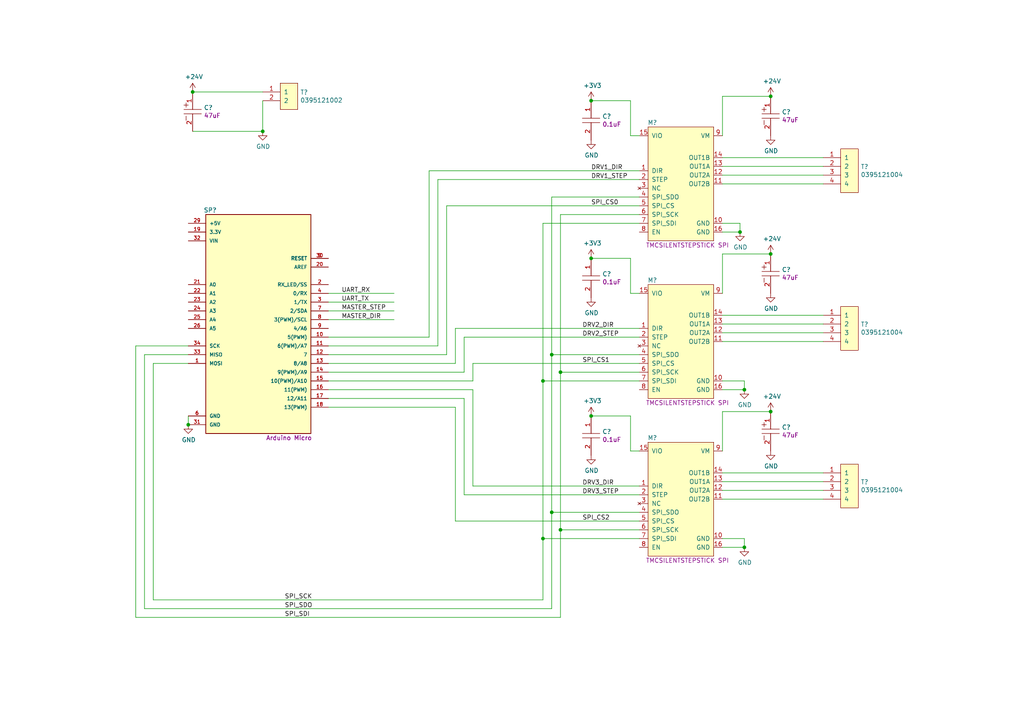
<source format=kicad_sch>
(kicad_sch (version 20230121) (generator eeschema)
  (paper "A4")
  (lib_symbols
    (symbol "ZPansion-rescue:+3.3V-power" (power) (pin_names (offset 0))
      (property "Value" "+3.3V-power" (at 0 3.556 0))
      (symbol "+3.3V-power_0_1"
        (polyline (pts (xy -0.762 1.27) (xy 0 2.54)))
        (polyline (pts (xy 0 0) (xy 0 2.54)))
        (polyline (pts (xy 0 2.54) (xy 0.762 1.27)))
      )
      (symbol "+3.3V-power_1_1"
        (pin power_in line (at 0 0 90) (length 0) hide (name "+3V3") (number "1"))
      )
    )
    (symbol "ZPansion-rescue:0395121002-AVR-KiCAD-Lib-Connectors" (pin_names (offset 1.016))
      (property "Reference" "T" (at -2.54 2.54 0))
      (property "Value" "AVR-KiCAD-Lib-Connectors_0395121002" (at 1.27 5.08 0))
      (symbol "0395121002-AVR-KiCAD-Lib-Connectors_0_1"
        (rectangle (start 0 2.54) (end 5.08 -5.08) (fill (type background)))
      )
      (symbol "0395121002-AVR-KiCAD-Lib-Connectors_1_1"
        (pin passive line (at -5.08 0 0) (length 5.08) (name "1") (number "1"))
        (pin passive line (at -5.08 -2.54 0) (length 5.08) (name "2") (number "2"))
      )
    )
    (symbol "ZPansion-rescue:0395121004-AVR-KiCAD-Lib-Connectors" (pin_names (offset 1.016))
      (property "Reference" "T" (at -2.54 2.54 0))
      (property "Value" "AVR-KiCAD-Lib-Connectors_0395121004" (at 1.27 5.08 0))
      (symbol "0395121004-AVR-KiCAD-Lib-Connectors_0_1"
        (rectangle (start 0 2.54) (end 5.08 -10.16) (fill (type background)))
      )
      (symbol "0395121004-AVR-KiCAD-Lib-Connectors_1_1"
        (pin passive line (at -5.08 0 0) (length 5.08) (name "1") (number "1"))
        (pin passive line (at -5.08 -2.54 0) (length 5.08) (name "2") (number "2"))
        (pin passive line (at -5.08 -5.08 0) (length 5.08) (name "3") (number "3"))
        (pin passive line (at -5.08 -7.62 0) (length 5.08) (name "4") (number "4"))
      )
    )
    (symbol "ZPansion-rescue:Arduino_Micro-AVR-KiCAD-Lib-Special" (pin_names (offset 1.016))
      (property "Reference" "SP" (at 1.27 1.27 0))
      (property "_Value_" "Arduino Micro" (at 6.35 -64.77 0))
      (symbol "Arduino_Micro-AVR-KiCAD-Lib-Special_1_1"
        (rectangle (start 0 0) (end 30.48 -63.5) (stroke (width 0.254)) (fill (type background)))
        (pin bidirectional line (at 35.56 -43.18 180) (length 5.08) (name "MOSI") (number "1"))
        (pin bidirectional line (at -5.08 -35.56 0) (length 5.08) (name "5(PWM)") (number "10"))
        (pin bidirectional line (at -5.08 -38.1 0) (length 5.08) (name "6(PWM)/A7") (number "11"))
        (pin bidirectional line (at -5.08 -40.64 0) (length 5.08) (name "7") (number "12"))
        (pin bidirectional line (at -5.08 -43.18 0) (length 5.08) (name "8/A8") (number "13"))
        (pin bidirectional line (at -5.08 -45.72 0) (length 5.08) (name "9(PWM)/A9") (number "14"))
        (pin bidirectional line (at -5.08 -48.26 0) (length 5.08) (name "10(PWM)/A10") (number "15"))
        (pin bidirectional line (at -5.08 -50.8 0) (length 5.08) (name "11(PWM)") (number "16"))
        (pin bidirectional line (at -5.08 -53.34 0) (length 5.08) (name "12/A11") (number "17"))
        (pin bidirectional line (at -5.08 -55.88 0) (length 5.08) (name "13(PWM)") (number "18"))
        (pin power_in line (at 35.56 -5.08 180) (length 5.08) (name "3.3V") (number "19"))
        (pin bidirectional line (at -5.08 -20.32 0) (length 5.08) (name "RX_LED/SS") (number "2"))
        (pin input line (at -5.08 -15.24 0) (length 5.08) (name "AREF") (number "20"))
        (pin bidirectional line (at 35.56 -20.32 180) (length 5.08) (name "A0") (number "21"))
        (pin bidirectional line (at 35.56 -22.86 180) (length 5.08) (name "A1") (number "22"))
        (pin bidirectional line (at 35.56 -25.4 180) (length 5.08) (name "A2") (number "23"))
        (pin bidirectional line (at 35.56 -27.94 180) (length 5.08) (name "A3") (number "24"))
        (pin bidirectional line (at 35.56 -30.48 180) (length 5.08) (name "A4") (number "25"))
        (pin bidirectional line (at 35.56 -33.02 180) (length 5.08) (name "A5") (number "26"))
        (pin power_in line (at 35.56 -2.54 180) (length 5.08) (name "+5V") (number "29"))
        (pin bidirectional line (at -5.08 -25.4 0) (length 5.08) (name "1/TX") (number "3"))
        (pin input line (at -5.08 -12.7 0) (length 5.08) (name "RESET") (number "30"))
        (pin power_in line (at 35.56 -60.96 180) (length 5.08) (name "GND") (number "31"))
        (pin power_in line (at 35.56 -7.62 180) (length 5.08) (name "VIN") (number "32"))
        (pin bidirectional line (at 35.56 -40.64 180) (length 5.08) (name "MISO") (number "33"))
        (pin bidirectional line (at 35.56 -38.1 180) (length 5.08) (name "SCK") (number "34"))
        (pin bidirectional line (at -5.08 -22.86 0) (length 5.08) (name "0/RX") (number "4"))
        (pin input line (at -5.08 -12.7 0) (length 5.08) (name "RESET") (number "5"))
        (pin power_in line (at 35.56 -58.42 180) (length 5.08) (name "GND") (number "6"))
        (pin bidirectional line (at -5.08 -27.94 0) (length 5.08) (name "2/SDA") (number "7"))
        (pin bidirectional line (at -5.08 -30.48 0) (length 5.08) (name "3(PWM)/SCL") (number "8"))
        (pin bidirectional line (at -5.08 -33.02 0) (length 5.08) (name "4/A6") (number "9"))
      )
    )
    (symbol "ZPansion-rescue:C0402C104K9PACTU-AVR-KiCAD-Lib-Capacitors" (pin_names (offset 1.016))
      (property "Reference" "C" (at -2.54 2.54 0))
      (property "_Value_" "0.1uF" (at 58.42 63.5 0))
      (symbol "C0402C104K9PACTU-AVR-KiCAD-Lib-Capacitors_1_1"
        (polyline (pts (xy 0 2.54) (xy 0 -2.54)))
        (polyline (pts (xy 1.27 2.54) (xy 1.27 -2.54)))
        (pin input line (at -5.08 0 0) (length 5.08) (name "~") (number "1"))
        (pin input line (at 6.35 0 180) (length 5.08) (name "~") (number "2"))
      )
    )
    (symbol "ZPansion-rescue:TMCSILENTSTEPSTICK-AVR-KiCAD-Lib-Modules" (pin_names (offset 1.016))
      (property "Reference" "M" (at 1.27 2.54 0))
      (property "_Value_" "TMCSILENTSTEPSTICK SPI" (at 11.43 -33.02 0))
      (symbol "TMCSILENTSTEPSTICK-AVR-KiCAD-Lib-Modules_0_1"
        (rectangle (start 0 1.27) (end 19.05 -31.75) (fill (type background)))
      )
      (symbol "TMCSILENTSTEPSTICK-AVR-KiCAD-Lib-Modules_1_1"
        (pin input line (at -2.54 -11.43 0) (length 2.54) (name "DIR") (number "1"))
        (pin passive line (at 21.59 -26.67 180) (length 2.54) (name "GND") (number "10"))
        (pin output line (at 21.59 -15.24 180) (length 2.54) (name "OUT2B") (number "11"))
        (pin output line (at 21.59 -12.7 180) (length 2.54) (name "OUT2A") (number "12"))
        (pin output line (at 21.59 -10.16 180) (length 2.54) (name "OUT1A") (number "13"))
        (pin output line (at 21.59 -7.62 180) (length 2.54) (name "OUT1B") (number "14"))
        (pin power_in line (at -2.54 -1.27 0) (length 2.54) (name "VIO") (number "15"))
        (pin passive line (at 21.59 -29.21 180) (length 2.54) (name "GND") (number "16"))
        (pin input line (at -2.54 -13.97 0) (length 2.54) (name "STEP") (number "2"))
        (pin no_connect line (at -2.54 -16.51 0) (length 2.54) (name "NC") (number "3"))
        (pin output line (at -2.54 -19.05 0) (length 2.54) (name "SPI_SDO") (number "4"))
        (pin input line (at -2.54 -21.59 0) (length 2.54) (name "SPI_CS") (number "5"))
        (pin input line (at -2.54 -24.13 0) (length 2.54) (name "SPI_SCK") (number "6"))
        (pin input line (at -2.54 -26.67 0) (length 2.54) (name "SPI_SDI") (number "7"))
        (pin input line (at -2.54 -29.21 0) (length 2.54) (name "EN") (number "8"))
        (pin power_in line (at 21.59 -1.27 180) (length 2.54) (name "VM") (number "9"))
      )
    )
    (symbol "ZPansion-rescue:UCM1C470MCL1GS-AVR-KiCAD-Lib-Capacitors" (pin_names (offset 1.016))
      (property "Reference" "C" (at -2.54 2.54 0))
      (property "_Value_" "47uF" (at 58.42 63.5 0))
      (symbol "UCM1C470MCL1GS-AVR-KiCAD-Lib-Capacitors_0_1"
        (polyline (pts (xy -1.27 -1.27) (xy -1.27 -2.54)))
        (polyline (pts (xy -0.635 -1.905) (xy -1.905 -1.905)))
        (polyline (pts (xy 1.905 -1.905) (xy 3.175 -1.905)))
      )
      (symbol "UCM1C470MCL1GS-AVR-KiCAD-Lib-Capacitors_1_1"
        (polyline (pts (xy 0 2.54) (xy 0 -2.54)))
        (polyline (pts (xy 1.27 2.54) (xy 1.27 -2.54)))
        (pin input line (at -5.08 0 0) (length 5.08) (name "~") (number "1"))
        (pin input line (at 6.35 0 180) (length 5.08) (name "~") (number "2"))
      )
    )
    (symbol "power:+24V" (power) (pin_names (offset 0))
      (property "Value" "+24V" (at 0 3.556 0))
      (symbol "+24V_0_1"
        (polyline (pts (xy -0.762 1.27) (xy 0 2.54)))
        (polyline (pts (xy 0 0) (xy 0 2.54)))
        (polyline (pts (xy 0 2.54) (xy 0.762 1.27)))
      )
      (symbol "+24V_1_1"
        (pin power_in line (at 0 0 90) (length 0) hide (name "+24V") (number "1"))
      )
    )
    (symbol "power:GND" (power) (pin_names (offset 0))
      (property "Value" "GND" (at 0 -3.81 0))
      (symbol "GND_0_1"
        (polyline (pts (xy 0 0) (xy 0 -1.27) (xy 1.27 -1.27) (xy 0 -2.54) (xy -1.27 -1.27) (xy 0 -1.27)))
      )
      (symbol "GND_1_1"
        (pin power_in line (at 0 0 270) (length 0) hide (name "GND") (number "1"))
      )
    )
  )
  (junction (at 160.02 102.87))
  (junction (at 76.2 38.1))
  (junction (at 171.45 120.65))
  (junction (at 55.88 26.67))
  (junction (at 171.45 29.21))
  (junction (at 162.56 153.67))
  (junction (at 171.45 74.93))
  (junction (at 223.52 73.66))
  (junction (at 157.48 110.49))
  (junction (at 160.02 148.59))
  (junction (at 157.48 156.21))
  (junction (at 54.61 123.19))
  (junction (at 223.52 119.38))
  (junction (at 162.56 107.95))
  (junction (at 214.63 67.31))
  (junction (at 223.52 27.94))
  (junction (at 215.9 113.03))
  (junction (at 215.9 158.75))
  (wire (pts (xy 182.88 120.65) (xy 171.45 120.65)))
  (wire (pts (xy 95.25 90.17) (xy 114.3 90.17)))
  (wire (pts (xy 95.25 110.49) (xy 137.16 110.49)))
  (wire (pts (xy 162.56 153.67) (xy 162.56 107.95)))
  (wire (pts (xy 39.37 179.07) (xy 162.56 179.07)))
  (wire (pts (xy 162.56 62.23) (xy 185.42 62.23)))
  (wire (pts (xy 209.55 73.66) (xy 223.52 73.66)))
  (wire (pts (xy 132.08 151.13) (xy 185.42 151.13)))
  (wire (pts (xy 95.25 113.03) (xy 137.16 113.03)))
  (wire (pts (xy 41.91 102.87) (xy 41.91 176.53)))
  (wire (pts (xy 134.62 115.57) (xy 134.62 143.51)))
  (wire (pts (xy 76.2 38.1) (xy 76.2 29.21)))
  (wire (pts (xy 124.46 49.53) (xy 185.42 49.53)))
  (wire (pts (xy 137.16 140.97) (xy 185.42 140.97)))
  (wire (pts (xy 95.25 87.63) (xy 114.3 87.63)))
  (wire (pts (xy 182.88 74.93) (xy 171.45 74.93)))
  (wire (pts (xy 160.02 176.53) (xy 160.02 148.59)))
  (wire (pts (xy 182.88 130.81) (xy 182.88 120.65)))
  (wire (pts (xy 209.55 142.24) (xy 238.76 142.24)))
  (wire (pts (xy 214.63 64.77) (xy 214.63 67.31)))
  (wire (pts (xy 95.25 118.11) (xy 132.08 118.11)))
  (wire (pts (xy 160.02 148.59) (xy 185.42 148.59)))
  (wire (pts (xy 209.55 113.03) (xy 215.9 113.03)))
  (wire (pts (xy 209.55 67.31) (xy 214.63 67.31)))
  (wire (pts (xy 95.25 105.41) (xy 132.08 105.41)))
  (wire (pts (xy 157.48 156.21) (xy 185.42 156.21)))
  (wire (pts (xy 95.25 100.33) (xy 127 100.33)))
  (wire (pts (xy 41.91 176.53) (xy 160.02 176.53)))
  (wire (pts (xy 209.55 139.7) (xy 238.76 139.7)))
  (wire (pts (xy 54.61 100.33) (xy 39.37 100.33)))
  (wire (pts (xy 137.16 105.41) (xy 137.16 110.49)))
  (wire (pts (xy 209.55 91.44) (xy 238.76 91.44)))
  (wire (pts (xy 157.48 110.49) (xy 185.42 110.49)))
  (wire (pts (xy 209.55 50.8) (xy 238.76 50.8)))
  (wire (pts (xy 44.45 105.41) (xy 44.45 173.99)))
  (wire (pts (xy 209.55 27.94) (xy 223.52 27.94)))
  (wire (pts (xy 127 52.07) (xy 127 100.33)))
  (wire (pts (xy 209.55 85.09) (xy 209.55 73.66)))
  (wire (pts (xy 209.55 45.72) (xy 238.76 45.72)))
  (wire (pts (xy 157.48 156.21) (xy 157.48 110.49)))
  (wire (pts (xy 157.48 110.49) (xy 157.48 64.77)))
  (wire (pts (xy 182.88 85.09) (xy 182.88 74.93)))
  (wire (pts (xy 209.55 93.98) (xy 238.76 93.98)))
  (wire (pts (xy 185.42 143.51) (xy 134.62 143.51)))
  (wire (pts (xy 209.55 137.16) (xy 238.76 137.16)))
  (wire (pts (xy 209.55 96.52) (xy 238.76 96.52)))
  (wire (pts (xy 39.37 100.33) (xy 39.37 179.07)))
  (wire (pts (xy 209.55 39.37) (xy 209.55 27.94)))
  (wire (pts (xy 162.56 107.95) (xy 185.42 107.95)))
  (wire (pts (xy 95.25 92.71) (xy 114.3 92.71)))
  (wire (pts (xy 185.42 59.69) (xy 129.54 59.69)))
  (wire (pts (xy 209.55 99.06) (xy 238.76 99.06)))
  (wire (pts (xy 76.2 26.67) (xy 55.88 26.67)))
  (wire (pts (xy 132.08 118.11) (xy 132.08 151.13)))
  (wire (pts (xy 185.42 97.79) (xy 134.62 97.79)))
  (wire (pts (xy 160.02 102.87) (xy 185.42 102.87)))
  (wire (pts (xy 215.9 113.03) (xy 215.9 110.49)))
  (wire (pts (xy 134.62 97.79) (xy 134.62 107.95)))
  (wire (pts (xy 182.88 29.21) (xy 171.45 29.21)))
  (wire (pts (xy 55.88 38.1) (xy 76.2 38.1)))
  (wire (pts (xy 157.48 173.99) (xy 157.48 156.21)))
  (wire (pts (xy 185.42 85.09) (xy 182.88 85.09)))
  (wire (pts (xy 41.91 102.87) (xy 54.61 102.87)))
  (wire (pts (xy 157.48 64.77) (xy 185.42 64.77)))
  (wire (pts (xy 162.56 153.67) (xy 185.42 153.67)))
  (wire (pts (xy 209.55 64.77) (xy 214.63 64.77)))
  (wire (pts (xy 209.55 53.34) (xy 238.76 53.34)))
  (wire (pts (xy 182.88 39.37) (xy 182.88 29.21)))
  (wire (pts (xy 209.55 156.21) (xy 215.9 156.21)))
  (wire (pts (xy 215.9 156.21) (xy 215.9 158.75)))
  (wire (pts (xy 185.42 130.81) (xy 182.88 130.81)))
  (wire (pts (xy 160.02 102.87) (xy 160.02 57.15)))
  (wire (pts (xy 215.9 110.49) (xy 209.55 110.49)))
  (wire (pts (xy 185.42 52.07) (xy 127 52.07)))
  (wire (pts (xy 209.55 144.78) (xy 238.76 144.78)))
  (wire (pts (xy 129.54 59.69) (xy 129.54 102.87)))
  (wire (pts (xy 162.56 107.95) (xy 162.56 62.23)))
  (wire (pts (xy 209.55 48.26) (xy 238.76 48.26)))
  (wire (pts (xy 137.16 113.03) (xy 137.16 140.97)))
  (wire (pts (xy 124.46 97.79) (xy 95.25 97.79)))
  (wire (pts (xy 137.16 105.41) (xy 185.42 105.41)))
  (wire (pts (xy 95.25 102.87) (xy 129.54 102.87)))
  (wire (pts (xy 132.08 95.25) (xy 132.08 105.41)))
  (wire (pts (xy 209.55 119.38) (xy 223.52 119.38)))
  (wire (pts (xy 95.25 85.09) (xy 114.3 85.09)))
  (wire (pts (xy 95.25 115.57) (xy 134.62 115.57)))
  (wire (pts (xy 162.56 179.07) (xy 162.56 153.67)))
  (wire (pts (xy 54.61 123.19) (xy 54.61 120.65)))
  (wire (pts (xy 160.02 148.59) (xy 160.02 102.87)))
  (wire (pts (xy 124.46 49.53) (xy 124.46 97.79)))
  (wire (pts (xy 44.45 105.41) (xy 54.61 105.41)))
  (wire (pts (xy 95.25 107.95) (xy 134.62 107.95)))
  (wire (pts (xy 209.55 130.81) (xy 209.55 119.38)))
  (wire (pts (xy 160.02 57.15) (xy 185.42 57.15)))
  (wire (pts (xy 209.55 158.75) (xy 215.9 158.75)))
  (wire (pts (xy 44.45 173.99) (xy 157.48 173.99)))
  (wire (pts (xy 132.08 95.25) (xy 185.42 95.25)))
  (wire (pts (xy 185.42 39.37) (xy 182.88 39.37)))
  (label "UART_TX" (at 99.06 87.63 0))
  (label "SPI_CS0" (at 171.45 59.69 0))
  (label "SPI_SCK" (at 82.55 173.99 0))
  (label "DRV3_STEP" (at 168.91 143.51 0))
  (label "MASTER_DIR" (at 99.06 92.71 0))
  (label "MASTER_STEP" (at 99.06 90.17 0))
  (label "SPI_SDI" (at 82.55 179.07 0))
  (label "SPI_CS2" (at 168.91 151.13 0))
  (label "DRV2_STEP" (at 168.91 97.79 0))
  (label "DRV2_DIR" (at 168.91 95.25 0))
  (label "SPI_SDO" (at 82.55 176.53 0))
  (label "UART_RX" (at 99.06 85.09 0))
  (label "DRV1_DIR" (at 171.45 49.53 0))
  (label "DRV3_DIR" (at 168.91 140.97 0))
  (label "SPI_CS1" (at 168.91 105.41 0))
  (label "DRV1_STEP" (at 171.45 52.07 0))
  (symbol (lib_id "ZPansion-rescue:Arduino_Micro-AVR-KiCAD-Lib-Special") (at 90.17 62.23 0) (mirror y) (unit 1)
    (property "Reference" "SP?" (at 60.96 60.96 0))
    (property "Value" "Arduino_Micro" (effects hide))
    (property "Footprint" "AVR-KiCAD-Lib-Special:ARDUINO_A000053" (effects hide))
    (property "Datasheet" "https://www.arduino.cc/en/uploads/Main/arduino-micro-schematic.pdf" (effects hide))
    (property "Cost QTY: 1" "19.80000" (effects hide))
    (property "Cost QTY: 1000" "17.87500" (effects hide))
    (property "Cost QTY: 2500" "*" (effects hide))
    (property "Cost QTY: 5000" "*" (effects hide))
    (property "Cost QTY: 10000" "*" (effects hide))
    (property "MFR" "Arduino" (effects hide))
    (property "MFR#" "A000053" (effects hide))
    (property "Vendor" "Digikey" (effects hide))
    (property "Vendor #" "1050-1066-ND" (effects hide))
    (property "Designer" "AVR" (effects hide))
    (property "Height" "*" (effects hide))
    (property "Date Created" "8/1/2020" (effects hide))
    (property "Date Modified" "8/1/2020" (effects hide))
    (property "Lead-Free ?" "Yes" (effects hide))
    (property "RoHS Levels" "1" (effects hide))
    (property "Mounting" "ThroughHole" (effects hide))
    (property "Pin Count #" "*" (effects hide))
    (property "Status" "Active" (effects hide))
    (property "Tolerance" "*" (effects hide))
    (property "Type" "MCU Module" (effects hide))
    (property "Voltage" "3.3V/5V" (effects hide))
    (property "Package" "*" (effects hide))
    (property "Description" "ATmega32U4 Arduino Micro AVR® ATmega AVR MCU 8-Bit Embedded Evaluation Board" (effects hide))
    (property "_Value_" "Arduino Micro" (at 83.82 127 0))
    (property "Management_ID" "*" (effects hide))
  )
  (symbol (lib_id "ZPansion-rescue:TMCSILENTSTEPSTICK-AVR-KiCAD-Lib-Modules") (at 187.96 38.1 0) (unit 1)
    (property "Reference" "M?" (at 189.23 35.56 0))
    (property "Value" "TMCSILENTSTEPSTICK" (effects hide))
    (property "Footprint" "AVR-KiCAD-Lib-Modules:TMCSILENTSTEPSTICK_SPI" (effects hide))
    (property "Datasheet" "https://www.trinamic.com/fileadmin/assets/Products/ICs_Documents/TMC2130_datasheet.pdf" (effects hide))
    (property "Cost QTY: 1" "12.73" (effects hide))
    (property "Cost QTY: 1000" "*" (effects hide))
    (property "Cost QTY: 2500" "*" (effects hide))
    (property "Cost QTY: 5000" "*" (effects hide))
    (property "Cost QTY: 10000" "*" (effects hide))
    (property "MFR" "Trinamic Motion Control GmbH" (effects hide))
    (property "MFR#" "TMCSILENTSTEPSTICK SPI" (effects hide))
    (property "Vendor" "Digikey" (effects hide))
    (property "Vendor #" "1460-TMCSILENTSTEPSTICKSPI-ND" (effects hide))
    (property "Designer" "AVR" (effects hide))
    (property "Height" "11.87" (effects hide))
    (property "Date Created" "12/6/2021" (effects hide))
    (property "Date Modified" "12/6/2021" (effects hide))
    (property "Lead-Free ?" "Yes" (effects hide))
    (property "RoHS Levels" "1" (effects hide))
    (property "Mounting" "ThroughHole" (effects hide))
    (property "Pin Count #" "16" (effects hide))
    (property "Status" "Active" (effects hide))
    (property "Tolerance" "N/A" (effects hide))
    (property "Type" "STepper Driver Module Pololu style" (effects hide))
    (property "Voltage" "25V/5V" (effects hide))
    (property "Package" "Pololu Stepper" (effects hide))
    (property "Description" "TMC2130 Motor Controller/Driver, Stepper Power Management Evaluation Board" (effects hide))
    (property "_Value_" "TMCSILENTSTEPSTICK SPI" (at 199.39 71.12 0))
    (property "Management_ID" "*" (effects hide))
  )
  (symbol (lib_id "ZPansion-rescue:TMCSILENTSTEPSTICK-AVR-KiCAD-Lib-Modules") (at 187.96 83.82 0) (unit 1)
    (property "Reference" "M?" (at 189.23 81.28 0))
    (property "Value" "TMCSILENTSTEPSTICK" (effects hide))
    (property "Footprint" "AVR-KiCAD-Lib-Modules:TMCSILENTSTEPSTICK_SPI" (effects hide))
    (property "Datasheet" "https://www.trinamic.com/fileadmin/assets/Products/ICs_Documents/TMC2130_datasheet.pdf" (effects hide))
    (property "Cost QTY: 1" "12.73" (effects hide))
    (property "Cost QTY: 1000" "*" (effects hide))
    (property "Cost QTY: 2500" "*" (effects hide))
    (property "Cost QTY: 5000" "*" (effects hide))
    (property "Cost QTY: 10000" "*" (effects hide))
    (property "MFR" "Trinamic Motion Control GmbH" (effects hide))
    (property "MFR#" "TMCSILENTSTEPSTICK SPI" (effects hide))
    (property "Vendor" "Digikey" (effects hide))
    (property "Vendor #" "1460-TMCSILENTSTEPSTICKSPI-ND" (effects hide))
    (property "Designer" "AVR" (effects hide))
    (property "Height" "11.87" (effects hide))
    (property "Date Created" "12/6/2021" (effects hide))
    (property "Date Modified" "12/6/2021" (effects hide))
    (property "Lead-Free ?" "Yes" (effects hide))
    (property "RoHS Levels" "1" (effects hide))
    (property "Mounting" "ThroughHole" (effects hide))
    (property "Pin Count #" "16" (effects hide))
    (property "Status" "Active" (effects hide))
    (property "Tolerance" "N/A" (effects hide))
    (property "Type" "STepper Driver Module Pololu style" (effects hide))
    (property "Voltage" "25V/5V" (effects hide))
    (property "Package" "Pololu Stepper" (effects hide))
    (property "Description" "TMC2130 Motor Controller/Driver, Stepper Power Management Evaluation Board" (effects hide))
    (property "_Value_" "TMCSILENTSTEPSTICK SPI" (at 199.39 116.84 0))
    (property "Management_ID" "*" (effects hide))
  )
  (symbol (lib_id "ZPansion-rescue:TMCSILENTSTEPSTICK-AVR-KiCAD-Lib-Modules") (at 187.96 129.54 0) (unit 1)
    (property "Reference" "M?" (at 189.23 127 0))
    (property "Value" "TMCSILENTSTEPSTICK" (effects hide))
    (property "Footprint" "AVR-KiCAD-Lib-Modules:TMCSILENTSTEPSTICK_SPI" (effects hide))
    (property "Datasheet" "https://www.trinamic.com/fileadmin/assets/Products/ICs_Documents/TMC2130_datasheet.pdf" (effects hide))
    (property "Cost QTY: 1" "12.73" (effects hide))
    (property "Cost QTY: 1000" "*" (effects hide))
    (property "Cost QTY: 2500" "*" (effects hide))
    (property "Cost QTY: 5000" "*" (effects hide))
    (property "Cost QTY: 10000" "*" (effects hide))
    (property "MFR" "Trinamic Motion Control GmbH" (effects hide))
    (property "MFR#" "TMCSILENTSTEPSTICK SPI" (effects hide))
    (property "Vendor" "Digikey" (effects hide))
    (property "Vendor #" "1460-TMCSILENTSTEPSTICKSPI-ND" (effects hide))
    (property "Designer" "AVR" (effects hide))
    (property "Height" "11.87" (effects hide))
    (property "Date Created" "12/6/2021" (effects hide))
    (property "Date Modified" "12/6/2021" (effects hide))
    (property "Lead-Free ?" "Yes" (effects hide))
    (property "RoHS Levels" "1" (effects hide))
    (property "Mounting" "ThroughHole" (effects hide))
    (property "Pin Count #" "16" (effects hide))
    (property "Status" "Active" (effects hide))
    (property "Tolerance" "N/A" (effects hide))
    (property "Type" "STepper Driver Module Pololu style" (effects hide))
    (property "Voltage" "25V/5V" (effects hide))
    (property "Package" "Pololu Stepper" (effects hide))
    (property "Description" "TMC2130 Motor Controller/Driver, Stepper Power Management Evaluation Board" (effects hide))
    (property "_Value_" "TMCSILENTSTEPSTICK SPI" (at 199.39 162.56 0))
    (property "Management_ID" "*" (effects hide))
  )
  (symbol (lib_id "power:GND") (at 215.9 113.03 0) (unit 1)
    (property "Reference" "#PWR?" (effects hide))
    (property "Value" "GND" (at 216.027 117.4242 0))
  )
  (symbol (lib_id "power:GND") (at 215.9 158.75 0) (unit 1)
    (property "Reference" "#PWR?" (effects hide))
    (property "Value" "GND" (at 216.027 163.1442 0))
  )
  (symbol (lib_id "power:GND") (at 214.63 67.31 0) (unit 1)
    (property "Reference" "#PWR?" (effects hide))
    (property "Value" "GND" (at 214.757 71.7042 0))
  )
  (symbol (lib_id "power:+24V") (at 223.52 119.38 0) (unit 1)
    (property "Reference" "#PWR?" (effects hide))
    (property "Value" "+24V" (at 223.901 114.9858 0))
  )
  (symbol (lib_id "power:+24V") (at 223.52 73.66 0) (unit 1)
    (property "Reference" "#PWR?" (effects hide))
    (property "Value" "+24V" (at 223.901 69.2658 0))
  )
  (symbol (lib_id "power:+24V") (at 223.52 27.94 0) (unit 1)
    (property "Reference" "#PWR?" (effects hide))
    (property "Value" "+24V" (at 223.901 23.5458 0))
  )
  (symbol (lib_id "power:GND") (at 54.61 123.19 0) (unit 1)
    (property "Reference" "#PWR?" (effects hide))
    (property "Value" "GND" (at 54.737 127.5842 0))
  )
  (symbol (lib_id "ZPansion-rescue:+3.3V-power") (at 171.45 120.65 0) (unit 1)
    (property "Reference" "#PWR?" (effects hide))
    (property "Value" "+3.3V" (at 171.831 116.2558 0))
  )
  (symbol (lib_id "ZPansion-rescue:C0402C104K9PACTU-AVR-KiCAD-Lib-Capacitors") (at 171.45 125.73 270) (unit 1)
    (property "Reference" "C?" (at 174.7012 125.1966 90) (effects (justify left)))
    (property "Value" "C0402C104K9PACTU" (effects hide))
    (property "Footprint" "AVR-KiCAD-Lib-Resistors:R0402" (effects hide))
    (property "Datasheet" "https://content.kemet.com/datasheets/KEM_C1006_X5R_SMD.pdf" (effects hide))
    (property "Cost QTY: 1" "0.10000" (effects hide))
    (property "Cost QTY: 1000" "0.01139" (effects hide))
    (property "Cost QTY: 2500" "0.01035" (effects hide))
    (property "Cost QTY: 5000" "0.00952" (effects hide))
    (property "Cost QTY: 10000" "0.00756" (effects hide))
    (property "MFR" "KEMET" (effects hide))
    (property "MFR#" "C0402C104K9PACTU" (effects hide))
    (property "Vendor" "Digikey" (effects hide))
    (property "Vendor #" "399-3026-6-ND" (effects hide))
    (property "Designer" "AVR" (effects hide))
    (property "Height" "0.55mm" (effects hide))
    (property "Date Created" "12/7/2019" (effects hide))
    (property "Date Modified" "12/7/2019" (effects hide))
    (property "Lead-Free ?" "Yes" (effects hide))
    (property "RoHS Levels" "1" (effects hide))
    (property "Mounting" "SMT" (effects hide))
    (property "Pin Count #" "2" (effects hide))
    (property "Status" "Active" (effects hide))
    (property "Tolerance" "10%" (effects hide))
    (property "Type" "Ceramic Cap" (effects hide))
    (property "Voltage" "6.3V" (effects hide))
    (property "Package" "0402" (effects hide))
    (property "Description" "0.1µF ±10% 6.3V Ceramic Capacitor X5R 0402 (1005 Metric)" (effects hide))
    (property "_Value_" "0.1uF" (at 174.7012 127.508 90) (effects (justify left)))
    (property "Management_ID" "*" (effects hide))
  )
  (symbol (lib_id "power:GND") (at 171.45 132.08 0) (unit 1)
    (property "Reference" "#PWR?" (effects hide))
    (property "Value" "GND" (at 171.577 136.4742 0))
  )
  (symbol (lib_id "ZPansion-rescue:+3.3V-power") (at 171.45 74.93 0) (unit 1)
    (property "Reference" "#PWR?" (effects hide))
    (property "Value" "+3.3V" (at 171.831 70.5358 0))
  )
  (symbol (lib_id "ZPansion-rescue:C0402C104K9PACTU-AVR-KiCAD-Lib-Capacitors") (at 171.45 80.01 270) (unit 1)
    (property "Reference" "C?" (at 174.7012 79.4766 90) (effects (justify left)))
    (property "Value" "C0402C104K9PACTU" (effects hide))
    (property "Footprint" "AVR-KiCAD-Lib-Resistors:R0402" (effects hide))
    (property "Datasheet" "https://content.kemet.com/datasheets/KEM_C1006_X5R_SMD.pdf" (effects hide))
    (property "Cost QTY: 1" "0.10000" (effects hide))
    (property "Cost QTY: 1000" "0.01139" (effects hide))
    (property "Cost QTY: 2500" "0.01035" (effects hide))
    (property "Cost QTY: 5000" "0.00952" (effects hide))
    (property "Cost QTY: 10000" "0.00756" (effects hide))
    (property "MFR" "KEMET" (effects hide))
    (property "MFR#" "C0402C104K9PACTU" (effects hide))
    (property "Vendor" "Digikey" (effects hide))
    (property "Vendor #" "399-3026-6-ND" (effects hide))
    (property "Designer" "AVR" (effects hide))
    (property "Height" "0.55mm" (effects hide))
    (property "Date Created" "12/7/2019" (effects hide))
    (property "Date Modified" "12/7/2019" (effects hide))
    (property "Lead-Free ?" "Yes" (effects hide))
    (property "RoHS Levels" "1" (effects hide))
    (property "Mounting" "SMT" (effects hide))
    (property "Pin Count #" "2" (effects hide))
    (property "Status" "Active" (effects hide))
    (property "Tolerance" "10%" (effects hide))
    (property "Type" "Ceramic Cap" (effects hide))
    (property "Voltage" "6.3V" (effects hide))
    (property "Package" "0402" (effects hide))
    (property "Description" "0.1µF ±10% 6.3V Ceramic Capacitor X5R 0402 (1005 Metric)" (effects hide))
    (property "_Value_" "0.1uF" (at 174.7012 81.788 90) (effects (justify left)))
    (property "Management_ID" "*" (effects hide))
  )
  (symbol (lib_id "power:GND") (at 171.45 86.36 0) (unit 1)
    (property "Reference" "#PWR?" (effects hide))
    (property "Value" "GND" (at 171.577 90.7542 0))
  )
  (symbol (lib_id "ZPansion-rescue:+3.3V-power") (at 171.45 29.21 0) (unit 1)
    (property "Reference" "#PWR?" (effects hide))
    (property "Value" "+3.3V" (at 171.831 24.8158 0))
  )
  (symbol (lib_id "ZPansion-rescue:C0402C104K9PACTU-AVR-KiCAD-Lib-Capacitors") (at 171.45 34.29 270) (unit 1)
    (property "Reference" "C?" (at 174.7012 33.7566 90) (effects (justify left)))
    (property "Value" "C0402C104K9PACTU" (effects hide))
    (property "Footprint" "AVR-KiCAD-Lib-Resistors:R0402" (effects hide))
    (property "Datasheet" "https://content.kemet.com/datasheets/KEM_C1006_X5R_SMD.pdf" (effects hide))
    (property "Cost QTY: 1" "0.10000" (effects hide))
    (property "Cost QTY: 1000" "0.01139" (effects hide))
    (property "Cost QTY: 2500" "0.01035" (effects hide))
    (property "Cost QTY: 5000" "0.00952" (effects hide))
    (property "Cost QTY: 10000" "0.00756" (effects hide))
    (property "MFR" "KEMET" (effects hide))
    (property "MFR#" "C0402C104K9PACTU" (effects hide))
    (property "Vendor" "Digikey" (effects hide))
    (property "Vendor #" "399-3026-6-ND" (effects hide))
    (property "Designer" "AVR" (effects hide))
    (property "Height" "0.55mm" (effects hide))
    (property "Date Created" "12/7/2019" (effects hide))
    (property "Date Modified" "12/7/2019" (effects hide))
    (property "Lead-Free ?" "Yes" (effects hide))
    (property "RoHS Levels" "1" (effects hide))
    (property "Mounting" "SMT" (effects hide))
    (property "Pin Count #" "2" (effects hide))
    (property "Status" "Active" (effects hide))
    (property "Tolerance" "10%" (effects hide))
    (property "Type" "Ceramic Cap" (effects hide))
    (property "Voltage" "6.3V" (effects hide))
    (property "Package" "0402" (effects hide))
    (property "Description" "0.1µF ±10% 6.3V Ceramic Capacitor X5R 0402 (1005 Metric)" (effects hide))
    (property "_Value_" "0.1uF" (at 174.7012 36.068 90) (effects (justify left)))
    (property "Management_ID" "*" (effects hide))
  )
  (symbol (lib_id "power:GND") (at 171.45 40.64 0) (unit 1)
    (property "Reference" "#PWR?" (effects hide))
    (property "Value" "GND" (at 171.577 45.0342 0))
  )
  (symbol (lib_id "ZPansion-rescue:UCM1C470MCL1GS-AVR-KiCAD-Lib-Capacitors") (at 223.52 33.02 270) (unit 1)
    (property "Reference" "C?" (at 226.7712 32.4866 90) (effects (justify left)))
    (property "Value" "UCM1C470MCL1GS" (effects hide))
    (property "Footprint" "AVR-KiCAD-Lib-Capacitors:UCM1C470MCL1GS" (effects hide))
    (property "Datasheet" "http://nichicon-us.com/english/products/pdfs/e-ucm.pdf" (effects hide))
    (property "Cost QTY: 1" "0.60000" (effects hide))
    (property "Cost QTY: 1000" "0.17512" (effects hide))
    (property "Cost QTY: 2500" "*" (effects hide))
    (property "Cost QTY: 5000" "*" (effects hide))
    (property "Cost QTY: 10000" "0.12589" (effects hide))
    (property "MFR" "Nichicon" (effects hide))
    (property "MFR#" "UCM1C470MCL1GS" (effects hide))
    (property "Vendor" "Digikey" (effects hide))
    (property "Vendor #" "493-14529-2-ND" (effects hide))
    (property "Designer" "AVR" (effects hide))
    (property "Height" "6.10mm" (effects hide))
    (property "Date Created" "6/21/2020" (effects hide))
    (property "Date Modified" "6/21/2020" (effects hide))
    (property "Lead-Free ?" "Yes" (effects hide))
    (property "RoHS Levels" "1" (effects hide))
    (property "Mounting" "SMT" (effects hide))
    (property "Pin Count #" "2" (effects hide))
    (property "Status" "Active" (effects hide))
    (property "Tolerance" "20%" (effects hide))
    (property "Type" "Capacitor" (effects hide))
    (property "Voltage" "16V" (effects hide))
    (property "Package" "Radial Can SMD" (effects hide))
    (property "Description" "47µF 16V Aluminum Electrolytic Capacitors Radial, Can - SMD  2000 Hrs @ 105°C" (effects hide))
    (property "_Value_" "47uF" (at 226.7712 34.798 90) (effects (justify left)))
    (property "Management_ID" "*" (effects hide))
  )
  (symbol (lib_id "power:GND") (at 223.52 39.37 0) (unit 1)
    (property "Reference" "#PWR?" (effects hide))
    (property "Value" "GND" (at 223.647 43.7642 0))
  )
  (symbol (lib_id "ZPansion-rescue:UCM1C470MCL1GS-AVR-KiCAD-Lib-Capacitors") (at 223.52 78.74 270) (unit 1)
    (property "Reference" "C?" (at 226.7712 78.2066 90) (effects (justify left)))
    (property "Value" "UCM1C470MCL1GS" (effects hide))
    (property "Footprint" "AVR-KiCAD-Lib-Capacitors:UCM1C470MCL1GS" (effects hide))
    (property "Datasheet" "http://nichicon-us.com/english/products/pdfs/e-ucm.pdf" (effects hide))
    (property "Cost QTY: 1" "0.60000" (effects hide))
    (property "Cost QTY: 1000" "0.17512" (effects hide))
    (property "Cost QTY: 2500" "*" (effects hide))
    (property "Cost QTY: 5000" "*" (effects hide))
    (property "Cost QTY: 10000" "0.12589" (effects hide))
    (property "MFR" "Nichicon" (effects hide))
    (property "MFR#" "UCM1C470MCL1GS" (effects hide))
    (property "Vendor" "Digikey" (effects hide))
    (property "Vendor #" "493-14529-2-ND" (effects hide))
    (property "Designer" "AVR" (effects hide))
    (property "Height" "6.10mm" (effects hide))
    (property "Date Created" "6/21/2020" (effects hide))
    (property "Date Modified" "6/21/2020" (effects hide))
    (property "Lead-Free ?" "Yes" (effects hide))
    (property "RoHS Levels" "1" (effects hide))
    (property "Mounting" "SMT" (effects hide))
    (property "Pin Count #" "2" (effects hide))
    (property "Status" "Active" (effects hide))
    (property "Tolerance" "20%" (effects hide))
    (property "Type" "Capacitor" (effects hide))
    (property "Voltage" "16V" (effects hide))
    (property "Package" "Radial Can SMD" (effects hide))
    (property "Description" "47µF 16V Aluminum Electrolytic Capacitors Radial, Can - SMD  2000 Hrs @ 105°C" (effects hide))
    (property "_Value_" "47uF" (at 226.7712 80.518 90) (effects (justify left)))
    (property "Management_ID" "*" (effects hide))
  )
  (symbol (lib_id "power:GND") (at 223.52 85.09 0) (unit 1)
    (property "Reference" "#PWR?" (effects hide))
    (property "Value" "GND" (at 223.647 89.4842 0))
  )
  (symbol (lib_id "ZPansion-rescue:UCM1C470MCL1GS-AVR-KiCAD-Lib-Capacitors") (at 223.52 124.46 270) (unit 1)
    (property "Reference" "C?" (at 226.7712 123.9266 90) (effects (justify left)))
    (property "Value" "UCM1C470MCL1GS" (effects hide))
    (property "Footprint" "AVR-KiCAD-Lib-Capacitors:UCM1C470MCL1GS" (effects hide))
    (property "Datasheet" "http://nichicon-us.com/english/products/pdfs/e-ucm.pdf" (effects hide))
    (property "Cost QTY: 1" "0.60000" (effects hide))
    (property "Cost QTY: 1000" "0.17512" (effects hide))
    (property "Cost QTY: 2500" "*" (effects hide))
    (property "Cost QTY: 5000" "*" (effects hide))
    (property "Cost QTY: 10000" "0.12589" (effects hide))
    (property "MFR" "Nichicon" (effects hide))
    (property "MFR#" "UCM1C470MCL1GS" (effects hide))
    (property "Vendor" "Digikey" (effects hide))
    (property "Vendor #" "493-14529-2-ND" (effects hide))
    (property "Designer" "AVR" (effects hide))
    (property "Height" "6.10mm" (effects hide))
    (property "Date Created" "6/21/2020" (effects hide))
    (property "Date Modified" "6/21/2020" (effects hide))
    (property "Lead-Free ?" "Yes" (effects hide))
    (property "RoHS Levels" "1" (effects hide))
    (property "Mounting" "SMT" (effects hide))
    (property "Pin Count #" "2" (effects hide))
    (property "Status" "Active" (effects hide))
    (property "Tolerance" "20%" (effects hide))
    (property "Type" "Capacitor" (effects hide))
    (property "Voltage" "16V" (effects hide))
    (property "Package" "Radial Can SMD" (effects hide))
    (property "Description" "47µF 16V Aluminum Electrolytic Capacitors Radial, Can - SMD  2000 Hrs @ 105°C" (effects hide))
    (property "_Value_" "47uF" (at 226.7712 126.238 90) (effects (justify left)))
    (property "Management_ID" "*" (effects hide))
  )
  (symbol (lib_id "power:GND") (at 223.52 130.81 0) (unit 1)
    (property "Reference" "#PWR?" (effects hide))
    (property "Value" "GND" (at 223.647 135.2042 0))
  )
  (symbol (lib_id "ZPansion-rescue:0395121004-AVR-KiCAD-Lib-Connectors") (at 243.84 45.72 0) (unit 1)
    (property "Reference" "T?" (at 249.6312 48.3616 0) (effects (justify left)))
    (property "Value" "0395121004" (at 249.6312 50.673 0) (effects (justify left)))
    (property "Footprint" "AVR-KiCAD-Lib-Connectors:0395121004" (effects hide))
    (property "Datasheet" "https://www.molex.com/pdm_docs/sd/395121002_sd.pdf" (effects hide))
    (property "Cost QTY: 1" "1.41000" (effects hide))
    (property "Cost QTY: 1000" "0.59200" (effects hide))
    (property "Cost QTY: 2500" "*" (effects hide))
    (property "Cost QTY: 5000" "0.48100" (effects hide))
    (property "Cost QTY: 10000" "*" (effects hide))
    (property "MFR" "Molex" (effects hide))
    (property "MFR#" "0395121004" (effects hide))
    (property "Vendor" "Digikey" (effects hide))
    (property "Vendor #" "WM20087-ND" (effects hide))
    (property "Designer" "AVR" (effects hide))
    (property "Height" "6.86mm" (effects hide))
    (property "Date Created" "6/20/2020" (effects hide))
    (property "Date Modified" "6/20/2020" (effects hide))
    (property "Lead-Free ?" "Yes" (effects hide))
    (property "RoHS Levels" "1" (effects hide))
    (property "Mounting" "ThroughHole" (effects hide))
    (property "Pin Count #" "4" (effects hide))
    (property "Status" "Active" (effects hide))
    (property "Tolerance" "*" (effects hide))
    (property "Type" "Connector" (effects hide))
    (property "Voltage" "300V" (effects hide))
    (property "Package" "*" (effects hide))
    (property "Description" "4 Position Terminal Block Header, Male Pins, Shrouded (4 Side) 0.150\" (3.81mm) 90°, Right Angle  Through Hole" (effects hide))
    (property "_Value_" "0395121004" (effects hide))
    (property "Management_ID" "*" (effects hide))
  )
  (symbol (lib_id "ZPansion-rescue:0395121004-AVR-KiCAD-Lib-Connectors") (at 243.84 91.44 0) (unit 1)
    (property "Reference" "T?" (at 249.6312 94.0816 0) (effects (justify left)))
    (property "Value" "0395121004" (at 249.6312 96.393 0) (effects (justify left)))
    (property "Footprint" "AVR-KiCAD-Lib-Connectors:0395121004" (effects hide))
    (property "Datasheet" "https://www.molex.com/pdm_docs/sd/395121002_sd.pdf" (effects hide))
    (property "Cost QTY: 1" "1.41000" (effects hide))
    (property "Cost QTY: 1000" "0.59200" (effects hide))
    (property "Cost QTY: 2500" "*" (effects hide))
    (property "Cost QTY: 5000" "0.48100" (effects hide))
    (property "Cost QTY: 10000" "*" (effects hide))
    (property "MFR" "Molex" (effects hide))
    (property "MFR#" "0395121004" (effects hide))
    (property "Vendor" "Digikey" (effects hide))
    (property "Vendor #" "WM20087-ND" (effects hide))
    (property "Designer" "AVR" (effects hide))
    (property "Height" "6.86mm" (effects hide))
    (property "Date Created" "6/20/2020" (effects hide))
    (property "Date Modified" "6/20/2020" (effects hide))
    (property "Lead-Free ?" "Yes" (effects hide))
    (property "RoHS Levels" "1" (effects hide))
    (property "Mounting" "ThroughHole" (effects hide))
    (property "Pin Count #" "4" (effects hide))
    (property "Status" "Active" (effects hide))
    (property "Tolerance" "*" (effects hide))
    (property "Type" "Connector" (effects hide))
    (property "Voltage" "300V" (effects hide))
    (property "Package" "*" (effects hide))
    (property "Description" "4 Position Terminal Block Header, Male Pins, Shrouded (4 Side) 0.150\" (3.81mm) 90°, Right Angle  Through Hole" (effects hide))
    (property "_Value_" "0395121004" (effects hide))
    (property "Management_ID" "*" (effects hide))
  )
  (symbol (lib_id "ZPansion-rescue:0395121004-AVR-KiCAD-Lib-Connectors") (at 243.84 137.16 0) (unit 1)
    (property "Reference" "T?" (at 249.6312 139.8016 0) (effects (justify left)))
    (property "Value" "0395121004" (at 249.6312 142.113 0) (effects (justify left)))
    (property "Footprint" "AVR-KiCAD-Lib-Connectors:0395121004" (effects hide))
    (property "Datasheet" "https://www.molex.com/pdm_docs/sd/395121002_sd.pdf" (effects hide))
    (property "Cost QTY: 1" "1.41000" (effects hide))
    (property "Cost QTY: 1000" "0.59200" (effects hide))
    (property "Cost QTY: 2500" "*" (effects hide))
    (property "Cost QTY: 5000" "0.48100" (effects hide))
    (property "Cost QTY: 10000" "*" (effects hide))
    (property "MFR" "Molex" (effects hide))
    (property "MFR#" "0395121004" (effects hide))
    (property "Vendor" "Digikey" (effects hide))
    (property "Vendor #" "WM20087-ND" (effects hide))
    (property "Designer" "AVR" (effects hide))
    (property "Height" "6.86mm" (effects hide))
    (property "Date Created" "6/20/2020" (effects hide))
    (property "Date Modified" "6/20/2020" (effects hide))
    (property "Lead-Free ?" "Yes" (effects hide))
    (property "RoHS Levels" "1" (effects hide))
    (property "Mounting" "ThroughHole" (effects hide))
    (property "Pin Count #" "4" (effects hide))
    (property "Status" "Active" (effects hide))
    (property "Tolerance" "*" (effects hide))
    (property "Type" "Connector" (effects hide))
    (property "Voltage" "300V" (effects hide))
    (property "Package" "*" (effects hide))
    (property "Description" "4 Position Terminal Block Header, Male Pins, Shrouded (4 Side) 0.150\" (3.81mm) 90°, Right Angle  Through Hole" (effects hide))
    (property "_Value_" "0395121004" (effects hide))
    (property "Management_ID" "*" (effects hide))
  )
  (symbol (lib_id "ZPansion-rescue:0395121002-AVR-KiCAD-Lib-Connectors") (at 81.28 26.67 0) (unit 1)
    (property "Reference" "T?" (at 87.0712 26.7716 0) (effects (justify left)))
    (property "Value" "0395121002" (at 87.0712 29.083 0) (effects (justify left)))
    (property "Footprint" "AVR-KiCAD-Lib-Connectors:0395121002" (effects hide))
    (property "Datasheet" "https://www.molex.com/pdm_docs/sd/395121002_sd.pdf" (effects hide))
    (property "Cost QTY: 1" "0.90000" (effects hide))
    (property "Cost QTY: 1000" "0.30600" (effects hide))
    (property "Cost QTY: 2500" "*" (effects hide))
    (property "Cost QTY: 5000" "0.23940" (effects hide))
    (property "Cost QTY: 10000" "*" (effects hide))
    (property "MFR" "Molex" (effects hide))
    (property "MFR#" "0395121002" (effects hide))
    (property "Vendor" "Digikey" (effects hide))
    (property "Vendor #" "WM23198-ND" (effects hide))
    (property "Designer" "AVR" (effects hide))
    (property "Height" "6.86mm" (effects hide))
    (property "Date Created" "6/23/2020" (effects hide))
    (property "Date Modified" "6/23/2020" (effects hide))
    (property "Lead-Free ?" "Yes" (effects hide))
    (property "RoHS Levels" "1" (effects hide))
    (property "Mounting" "ThroughHole" (effects hide))
    (property "Pin Count #" "2" (effects hide))
    (property "Status" "Active" (effects hide))
    (property "Tolerance" "*" (effects hide))
    (property "Type" "Connector" (effects hide))
    (property "Voltage" "300V" (effects hide))
    (property "Package" "*" (effects hide))
    (property "Description" "2 Position Terminal Block Header, Male Pins, Shrouded (4 Side) 0.150\" (3.81mm) 90°, Right Angle  Through Hole" (effects hide))
    (property "_Value_" "0395121002" (effects hide))
    (property "Management_ID" "*" (effects hide))
  )
  (symbol (lib_id "ZPansion-rescue:UCM1C470MCL1GS-AVR-KiCAD-Lib-Capacitors") (at 55.88 31.75 270) (unit 1)
    (property "Reference" "C?" (at 59.1312 31.2166 90) (effects (justify left)))
    (property "Value" "UCM1C470MCL1GS" (effects hide))
    (property "Footprint" "AVR-KiCAD-Lib-Capacitors:UCM1C470MCL1GS" (effects hide))
    (property "Datasheet" "http://nichicon-us.com/english/products/pdfs/e-ucm.pdf" (effects hide))
    (property "Cost QTY: 1" "0.60000" (effects hide))
    (property "Cost QTY: 1000" "0.17512" (effects hide))
    (property "Cost QTY: 2500" "*" (effects hide))
    (property "Cost QTY: 5000" "*" (effects hide))
    (property "Cost QTY: 10000" "0.12589" (effects hide))
    (property "MFR" "Nichicon" (effects hide))
    (property "MFR#" "UCM1C470MCL1GS" (effects hide))
    (property "Vendor" "Digikey" (effects hide))
    (property "Vendor #" "493-14529-2-ND" (effects hide))
    (property "Designer" "AVR" (effects hide))
    (property "Height" "6.10mm" (effects hide))
    (property "Date Created" "6/21/2020" (effects hide))
    (property "Date Modified" "6/21/2020" (effects hide))
    (property "Lead-Free ?" "Yes" (effects hide))
    (property "RoHS Levels" "1" (effects hide))
    (property "Mounting" "SMT" (effects hide))
    (property "Pin Count #" "2" (effects hide))
    (property "Status" "Active" (effects hide))
    (property "Tolerance" "20%" (effects hide))
    (property "Type" "Capacitor" (effects hide))
    (property "Voltage" "16V" (effects hide))
    (property "Package" "Radial Can SMD" (effects hide))
    (property "Description" "47µF 16V Aluminum Electrolytic Capacitors Radial, Can - SMD  2000 Hrs @ 105°C" (effects hide))
    (property "_Value_" "47uF" (at 59.1312 33.528 90) (effects (justify left)))
    (property "Management_ID" "*" (effects hide))
  )
  (symbol (lib_id "power:GND") (at 76.2 38.1 0) (unit 1)
    (property "Reference" "#PWR?" (effects hide))
    (property "Value" "GND" (at 76.327 42.4942 0))
  )
  (symbol (lib_id "power:+24V") (at 55.88 26.67 0) (unit 1)
    (property "Reference" "#PWR?" (effects hide))
    (property "Value" "+24V" (at 56.261 22.2758 0))
  )
)
</source>
